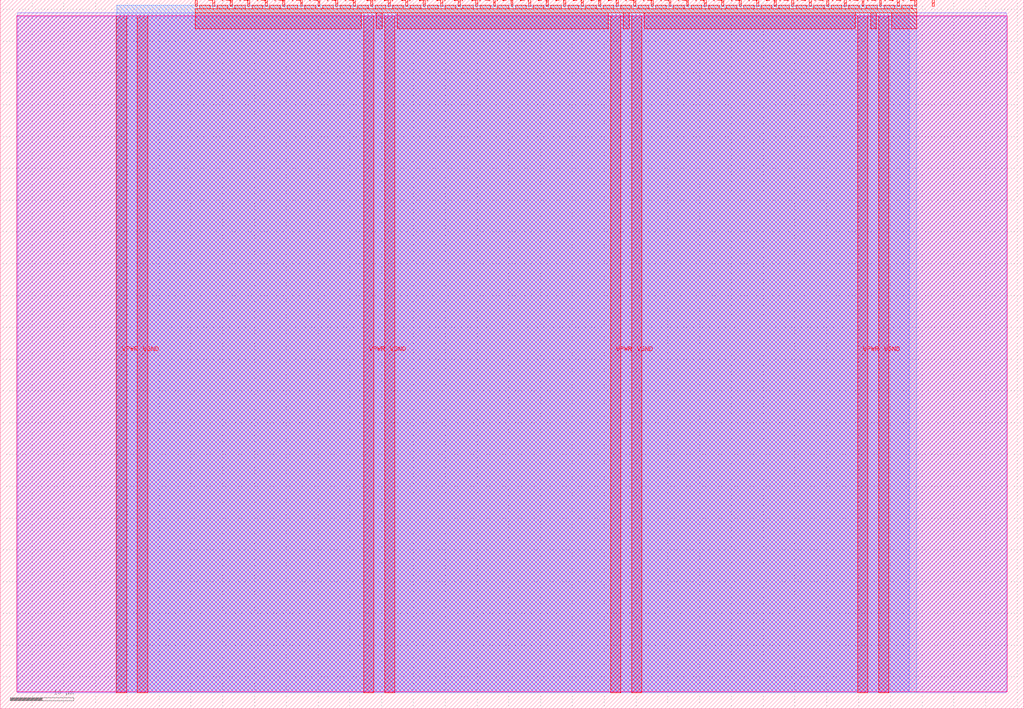
<source format=lef>
VERSION 5.7 ;
  NOWIREEXTENSIONATPIN ON ;
  DIVIDERCHAR "/" ;
  BUSBITCHARS "[]" ;
MACRO tt_um_wfang4285
  CLASS BLOCK ;
  FOREIGN tt_um_wfang4285 ;
  ORIGIN 0.000 0.000 ;
  SIZE 161.000 BY 111.520 ;
  PIN VGND
    DIRECTION INOUT ;
    USE GROUND ;
    PORT
      LAYER met4 ;
        RECT 21.580 2.480 23.180 109.040 ;
    END
    PORT
      LAYER met4 ;
        RECT 60.450 2.480 62.050 109.040 ;
    END
    PORT
      LAYER met4 ;
        RECT 99.320 2.480 100.920 109.040 ;
    END
    PORT
      LAYER met4 ;
        RECT 138.190 2.480 139.790 109.040 ;
    END
  END VGND
  PIN VPWR
    DIRECTION INOUT ;
    USE POWER ;
    PORT
      LAYER met4 ;
        RECT 18.280 2.480 19.880 109.040 ;
    END
    PORT
      LAYER met4 ;
        RECT 57.150 2.480 58.750 109.040 ;
    END
    PORT
      LAYER met4 ;
        RECT 96.020 2.480 97.620 109.040 ;
    END
    PORT
      LAYER met4 ;
        RECT 134.890 2.480 136.490 109.040 ;
    END
  END VPWR
  PIN clk
    DIRECTION INPUT ;
    USE SIGNAL ;
    ANTENNAGATEAREA 0.852000 ;
    PORT
      LAYER met4 ;
        RECT 143.830 110.520 144.130 111.520 ;
    END
  END clk
  PIN ena
    DIRECTION INPUT ;
    USE SIGNAL ;
    PORT
      LAYER met4 ;
        RECT 146.590 110.520 146.890 111.520 ;
    END
  END ena
  PIN rst_n
    DIRECTION INPUT ;
    USE SIGNAL ;
    ANTENNAGATEAREA 0.196500 ;
    PORT
      LAYER met4 ;
        RECT 141.070 110.520 141.370 111.520 ;
    END
  END rst_n
  PIN ui_in[0]
    DIRECTION INPUT ;
    USE SIGNAL ;
    ANTENNAGATEAREA 0.196500 ;
    PORT
      LAYER met4 ;
        RECT 138.310 110.520 138.610 111.520 ;
    END
  END ui_in[0]
  PIN ui_in[1]
    DIRECTION INPUT ;
    USE SIGNAL ;
    ANTENNAGATEAREA 0.196500 ;
    PORT
      LAYER met4 ;
        RECT 135.550 110.520 135.850 111.520 ;
    END
  END ui_in[1]
  PIN ui_in[2]
    DIRECTION INPUT ;
    USE SIGNAL ;
    ANTENNAGATEAREA 0.196500 ;
    PORT
      LAYER met4 ;
        RECT 132.790 110.520 133.090 111.520 ;
    END
  END ui_in[2]
  PIN ui_in[3]
    DIRECTION INPUT ;
    USE SIGNAL ;
    PORT
      LAYER met4 ;
        RECT 130.030 110.520 130.330 111.520 ;
    END
  END ui_in[3]
  PIN ui_in[4]
    DIRECTION INPUT ;
    USE SIGNAL ;
    PORT
      LAYER met4 ;
        RECT 127.270 110.520 127.570 111.520 ;
    END
  END ui_in[4]
  PIN ui_in[5]
    DIRECTION INPUT ;
    USE SIGNAL ;
    PORT
      LAYER met4 ;
        RECT 124.510 110.520 124.810 111.520 ;
    END
  END ui_in[5]
  PIN ui_in[6]
    DIRECTION INPUT ;
    USE SIGNAL ;
    PORT
      LAYER met4 ;
        RECT 121.750 110.520 122.050 111.520 ;
    END
  END ui_in[6]
  PIN ui_in[7]
    DIRECTION INPUT ;
    USE SIGNAL ;
    PORT
      LAYER met4 ;
        RECT 118.990 110.520 119.290 111.520 ;
    END
  END ui_in[7]
  PIN uio_in[0]
    DIRECTION INPUT ;
    USE SIGNAL ;
    PORT
      LAYER met4 ;
        RECT 116.230 110.520 116.530 111.520 ;
    END
  END uio_in[0]
  PIN uio_in[1]
    DIRECTION INPUT ;
    USE SIGNAL ;
    PORT
      LAYER met4 ;
        RECT 113.470 110.520 113.770 111.520 ;
    END
  END uio_in[1]
  PIN uio_in[2]
    DIRECTION INPUT ;
    USE SIGNAL ;
    PORT
      LAYER met4 ;
        RECT 110.710 110.520 111.010 111.520 ;
    END
  END uio_in[2]
  PIN uio_in[3]
    DIRECTION INPUT ;
    USE SIGNAL ;
    PORT
      LAYER met4 ;
        RECT 107.950 110.520 108.250 111.520 ;
    END
  END uio_in[3]
  PIN uio_in[4]
    DIRECTION INPUT ;
    USE SIGNAL ;
    PORT
      LAYER met4 ;
        RECT 105.190 110.520 105.490 111.520 ;
    END
  END uio_in[4]
  PIN uio_in[5]
    DIRECTION INPUT ;
    USE SIGNAL ;
    PORT
      LAYER met4 ;
        RECT 102.430 110.520 102.730 111.520 ;
    END
  END uio_in[5]
  PIN uio_in[6]
    DIRECTION INPUT ;
    USE SIGNAL ;
    PORT
      LAYER met4 ;
        RECT 99.670 110.520 99.970 111.520 ;
    END
  END uio_in[6]
  PIN uio_in[7]
    DIRECTION INPUT ;
    USE SIGNAL ;
    PORT
      LAYER met4 ;
        RECT 96.910 110.520 97.210 111.520 ;
    END
  END uio_in[7]
  PIN uio_oe[0]
    DIRECTION OUTPUT ;
    USE SIGNAL ;
    PORT
      LAYER met4 ;
        RECT 49.990 110.520 50.290 111.520 ;
    END
  END uio_oe[0]
  PIN uio_oe[1]
    DIRECTION OUTPUT ;
    USE SIGNAL ;
    PORT
      LAYER met4 ;
        RECT 47.230 110.520 47.530 111.520 ;
    END
  END uio_oe[1]
  PIN uio_oe[2]
    DIRECTION OUTPUT ;
    USE SIGNAL ;
    PORT
      LAYER met4 ;
        RECT 44.470 110.520 44.770 111.520 ;
    END
  END uio_oe[2]
  PIN uio_oe[3]
    DIRECTION OUTPUT ;
    USE SIGNAL ;
    PORT
      LAYER met4 ;
        RECT 41.710 110.520 42.010 111.520 ;
    END
  END uio_oe[3]
  PIN uio_oe[4]
    DIRECTION OUTPUT ;
    USE SIGNAL ;
    PORT
      LAYER met4 ;
        RECT 38.950 110.520 39.250 111.520 ;
    END
  END uio_oe[4]
  PIN uio_oe[5]
    DIRECTION OUTPUT ;
    USE SIGNAL ;
    PORT
      LAYER met4 ;
        RECT 36.190 110.520 36.490 111.520 ;
    END
  END uio_oe[5]
  PIN uio_oe[6]
    DIRECTION OUTPUT ;
    USE SIGNAL ;
    PORT
      LAYER met4 ;
        RECT 33.430 110.520 33.730 111.520 ;
    END
  END uio_oe[6]
  PIN uio_oe[7]
    DIRECTION OUTPUT ;
    USE SIGNAL ;
    PORT
      LAYER met4 ;
        RECT 30.670 110.520 30.970 111.520 ;
    END
  END uio_oe[7]
  PIN uio_out[0]
    DIRECTION OUTPUT ;
    USE SIGNAL ;
    PORT
      LAYER met4 ;
        RECT 72.070 110.520 72.370 111.520 ;
    END
  END uio_out[0]
  PIN uio_out[1]
    DIRECTION OUTPUT ;
    USE SIGNAL ;
    PORT
      LAYER met4 ;
        RECT 69.310 110.520 69.610 111.520 ;
    END
  END uio_out[1]
  PIN uio_out[2]
    DIRECTION OUTPUT ;
    USE SIGNAL ;
    PORT
      LAYER met4 ;
        RECT 66.550 110.520 66.850 111.520 ;
    END
  END uio_out[2]
  PIN uio_out[3]
    DIRECTION OUTPUT ;
    USE SIGNAL ;
    PORT
      LAYER met4 ;
        RECT 63.790 110.520 64.090 111.520 ;
    END
  END uio_out[3]
  PIN uio_out[4]
    DIRECTION OUTPUT ;
    USE SIGNAL ;
    PORT
      LAYER met4 ;
        RECT 61.030 110.520 61.330 111.520 ;
    END
  END uio_out[4]
  PIN uio_out[5]
    DIRECTION OUTPUT ;
    USE SIGNAL ;
    PORT
      LAYER met4 ;
        RECT 58.270 110.520 58.570 111.520 ;
    END
  END uio_out[5]
  PIN uio_out[6]
    DIRECTION OUTPUT ;
    USE SIGNAL ;
    PORT
      LAYER met4 ;
        RECT 55.510 110.520 55.810 111.520 ;
    END
  END uio_out[6]
  PIN uio_out[7]
    DIRECTION OUTPUT ;
    USE SIGNAL ;
    PORT
      LAYER met4 ;
        RECT 52.750 110.520 53.050 111.520 ;
    END
  END uio_out[7]
  PIN uo_out[0]
    DIRECTION OUTPUT ;
    USE SIGNAL ;
    ANTENNAGATEAREA 0.999000 ;
    ANTENNADIFFAREA 0.891000 ;
    PORT
      LAYER met4 ;
        RECT 94.150 110.520 94.450 111.520 ;
    END
  END uo_out[0]
  PIN uo_out[1]
    DIRECTION OUTPUT ;
    USE SIGNAL ;
    ANTENNAGATEAREA 1.242000 ;
    ANTENNADIFFAREA 0.891000 ;
    PORT
      LAYER met4 ;
        RECT 91.390 110.520 91.690 111.520 ;
    END
  END uo_out[1]
  PIN uo_out[2]
    DIRECTION OUTPUT ;
    USE SIGNAL ;
    ANTENNAGATEAREA 0.126000 ;
    ANTENNADIFFAREA 0.924000 ;
    PORT
      LAYER met4 ;
        RECT 88.630 110.520 88.930 111.520 ;
    END
  END uo_out[2]
  PIN uo_out[3]
    DIRECTION OUTPUT ;
    USE SIGNAL ;
    ANTENNAGATEAREA 0.126000 ;
    ANTENNADIFFAREA 0.924000 ;
    PORT
      LAYER met4 ;
        RECT 85.870 110.520 86.170 111.520 ;
    END
  END uo_out[3]
  PIN uo_out[4]
    DIRECTION OUTPUT ;
    USE SIGNAL ;
    ANTENNADIFFAREA 0.445500 ;
    PORT
      LAYER met4 ;
        RECT 83.110 110.520 83.410 111.520 ;
    END
  END uo_out[4]
  PIN uo_out[5]
    DIRECTION OUTPUT ;
    USE SIGNAL ;
    PORT
      LAYER met4 ;
        RECT 80.350 110.520 80.650 111.520 ;
    END
  END uo_out[5]
  PIN uo_out[6]
    DIRECTION OUTPUT ;
    USE SIGNAL ;
    PORT
      LAYER met4 ;
        RECT 77.590 110.520 77.890 111.520 ;
    END
  END uo_out[6]
  PIN uo_out[7]
    DIRECTION OUTPUT ;
    USE SIGNAL ;
    PORT
      LAYER met4 ;
        RECT 74.830 110.520 75.130 111.520 ;
    END
  END uo_out[7]
  OBS
      LAYER nwell ;
        RECT 2.570 2.635 158.430 108.990 ;
      LAYER li1 ;
        RECT 2.760 2.635 158.240 108.885 ;
      LAYER met1 ;
        RECT 2.760 2.480 158.240 109.440 ;
      LAYER met2 ;
        RECT 18.310 2.535 142.970 110.685 ;
      LAYER met3 ;
        RECT 18.290 2.555 144.170 110.665 ;
      LAYER met4 ;
        RECT 31.370 110.120 33.030 110.665 ;
        RECT 34.130 110.120 35.790 110.665 ;
        RECT 36.890 110.120 38.550 110.665 ;
        RECT 39.650 110.120 41.310 110.665 ;
        RECT 42.410 110.120 44.070 110.665 ;
        RECT 45.170 110.120 46.830 110.665 ;
        RECT 47.930 110.120 49.590 110.665 ;
        RECT 50.690 110.120 52.350 110.665 ;
        RECT 53.450 110.120 55.110 110.665 ;
        RECT 56.210 110.120 57.870 110.665 ;
        RECT 58.970 110.120 60.630 110.665 ;
        RECT 61.730 110.120 63.390 110.665 ;
        RECT 64.490 110.120 66.150 110.665 ;
        RECT 67.250 110.120 68.910 110.665 ;
        RECT 70.010 110.120 71.670 110.665 ;
        RECT 72.770 110.120 74.430 110.665 ;
        RECT 75.530 110.120 77.190 110.665 ;
        RECT 78.290 110.120 79.950 110.665 ;
        RECT 81.050 110.120 82.710 110.665 ;
        RECT 83.810 110.120 85.470 110.665 ;
        RECT 86.570 110.120 88.230 110.665 ;
        RECT 89.330 110.120 90.990 110.665 ;
        RECT 92.090 110.120 93.750 110.665 ;
        RECT 94.850 110.120 96.510 110.665 ;
        RECT 97.610 110.120 99.270 110.665 ;
        RECT 100.370 110.120 102.030 110.665 ;
        RECT 103.130 110.120 104.790 110.665 ;
        RECT 105.890 110.120 107.550 110.665 ;
        RECT 108.650 110.120 110.310 110.665 ;
        RECT 111.410 110.120 113.070 110.665 ;
        RECT 114.170 110.120 115.830 110.665 ;
        RECT 116.930 110.120 118.590 110.665 ;
        RECT 119.690 110.120 121.350 110.665 ;
        RECT 122.450 110.120 124.110 110.665 ;
        RECT 125.210 110.120 126.870 110.665 ;
        RECT 127.970 110.120 129.630 110.665 ;
        RECT 130.730 110.120 132.390 110.665 ;
        RECT 133.490 110.120 135.150 110.665 ;
        RECT 136.250 110.120 137.910 110.665 ;
        RECT 139.010 110.120 140.670 110.665 ;
        RECT 141.770 110.120 143.430 110.665 ;
        RECT 30.655 109.440 144.145 110.120 ;
        RECT 30.655 106.935 56.750 109.440 ;
        RECT 59.150 106.935 60.050 109.440 ;
        RECT 62.450 106.935 95.620 109.440 ;
        RECT 98.020 106.935 98.920 109.440 ;
        RECT 101.320 106.935 134.490 109.440 ;
        RECT 136.890 106.935 137.790 109.440 ;
        RECT 140.190 106.935 144.145 109.440 ;
  END
END tt_um_wfang4285
END LIBRARY


</source>
